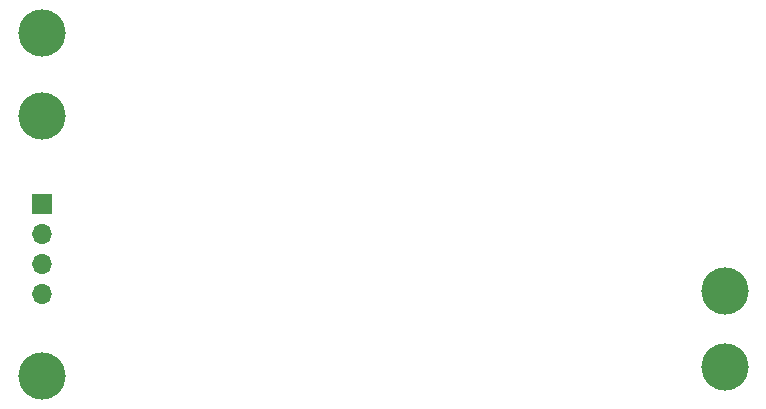
<source format=gbs>
G04 #@! TF.GenerationSoftware,KiCad,Pcbnew,(5.1.10)-1*
G04 #@! TF.CreationDate,2021-09-07T16:34:36-04:00*
G04 #@! TF.ProjectId,Motor_Controller,4d6f746f-725f-4436-9f6e-74726f6c6c65,rev?*
G04 #@! TF.SameCoordinates,Original*
G04 #@! TF.FileFunction,Soldermask,Bot*
G04 #@! TF.FilePolarity,Negative*
%FSLAX46Y46*%
G04 Gerber Fmt 4.6, Leading zero omitted, Abs format (unit mm)*
G04 Created by KiCad (PCBNEW (5.1.10)-1) date 2021-09-07 16:34:36*
%MOMM*%
%LPD*%
G01*
G04 APERTURE LIST*
%ADD10C,4.000000*%
%ADD11O,1.700000X1.700000*%
%ADD12R,1.700000X1.700000*%
G04 APERTURE END LIST*
D10*
X29700000Y-127200000D03*
X29700000Y-156200000D03*
X29700000Y-134200000D03*
X87500000Y-155500000D03*
X87500000Y-149000000D03*
D11*
X29700000Y-149320000D03*
X29700000Y-146780000D03*
X29700000Y-144240000D03*
D12*
X29700000Y-141700000D03*
M02*

</source>
